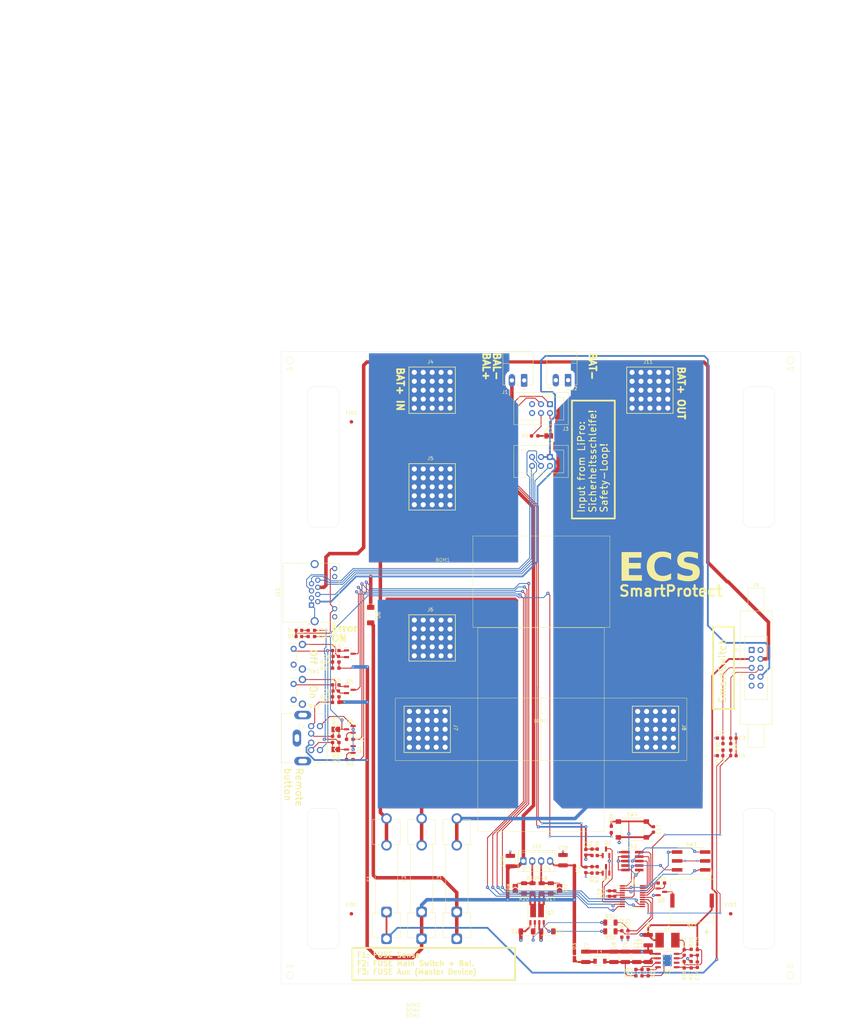
<source format=kicad_pcb>
(kicad_pcb
	(version 20240108)
	(generator "pcbnew")
	(generator_version "8.0")
	(general
		(thickness 1.627)
		(legacy_teardrops no)
	)
	(paper "A3" portrait)
	(layers
		(0 "F.Cu" signal)
		(1 "In1.Cu" signal)
		(2 "In2.Cu" signal)
		(3 "In3.Cu" signal)
		(4 "In4.Cu" signal)
		(31 "B.Cu" signal)
		(32 "B.Adhes" user "B.Adhesive")
		(33 "F.Adhes" user "F.Adhesive")
		(34 "B.Paste" user)
		(35 "F.Paste" user)
		(36 "B.SilkS" user "B.Silkscreen")
		(37 "F.SilkS" user "F.Silkscreen")
		(38 "B.Mask" user)
		(39 "F.Mask" user)
		(40 "Dwgs.User" user "User.Drawings")
		(41 "Cmts.User" user "User.Comments")
		(42 "Eco1.User" user "User.Eco1")
		(43 "Eco2.User" user "User.Eco2")
		(44 "Edge.Cuts" user)
		(45 "Margin" user)
		(46 "B.CrtYd" user "B.Courtyard")
		(47 "F.CrtYd" user "F.Courtyard")
		(48 "B.Fab" user)
		(49 "F.Fab" user)
		(50 "User.1" user)
		(51 "User.2" user)
		(52 "User.3" user)
		(53 "User.4" user)
		(54 "User.5" user)
		(55 "User.6" user)
		(56 "User.7" user)
		(57 "User.8" user)
		(58 "User.9" user)
	)
	(setup
		(stackup
			(layer "F.SilkS"
				(type "Top Silk Screen")
			)
			(layer "F.Paste"
				(type "Top Solder Paste")
			)
			(layer "F.Mask"
				(type "Top Solder Mask")
				(thickness 0.01)
			)
			(layer "F.Cu"
				(type "copper")
				(thickness 0.07)
			)
			(layer "dielectric 1"
				(type "prepreg")
				(thickness 0.1)
				(material "FR4")
				(epsilon_r 4.5)
				(loss_tangent 0.02)
			)
			(layer "In1.Cu"
				(type "copper")
				(thickness 0.07)
			)
			(layer "dielectric 2"
				(type "core")
				(thickness 0.4785)
				(material "FR4")
				(epsilon_r 4.5)
				(loss_tangent 0.02)
			)
			(layer "In2.Cu"
				(type "copper")
				(thickness 0.07)
			)
			(layer "dielectric 3"
				(type "prepreg")
				(thickness 0.1)
				(material "FR4")
				(epsilon_r 4.5)
				(loss_tangent 0.02)
			)
			(layer "In3.Cu"
				(type "copper")
				(thickness 0.035)
			)
			(layer "dielectric 4"
				(type "core")
				(thickness 0.4785)
				(material "FR4")
				(epsilon_r 4.5)
				(loss_tangent 0.02)
			)
			(layer "In4.Cu"
				(type "copper")
				(thickness 0.035)
			)
			(layer "dielectric 5"
				(type "prepreg")
				(thickness 0.1)
				(material "FR4")
				(epsilon_r 4.5)
				(loss_tangent 0.02)
			)
			(layer "B.Cu"
				(type "copper")
				(thickness 0.07)
			)
			(layer "B.Mask"
				(type "Bottom Solder Mask")
				(thickness 0.01)
			)
			(layer "B.Paste"
				(type "Bottom Solder Paste")
			)
			(layer "B.SilkS"
				(type "Bottom Silk Screen")
			)
			(copper_finish "None")
			(dielectric_constraints no)
		)
		(pad_to_mask_clearance 0)
		(allow_soldermask_bridges_in_footprints no)
		(aux_axis_origin 100 300)
		(grid_origin 174 120)
		(pcbplotparams
			(layerselection 0x00010fc_ffffffff)
			(plot_on_all_layers_selection 0x0000000_00000000)
			(disableapertmacros no)
			(usegerberextensions no)
			(usegerberattributes yes)
			(usegerberadvancedattributes yes)
			(creategerberjobfile yes)
			(dashed_line_dash_ratio 12.000000)
			(dashed_line_gap_ratio 3.000000)
			(svgprecision 4)
			(plotframeref no)
			(viasonmask no)
			(mode 1)
			(useauxorigin no)
			(hpglpennumber 1)
			(hpglpenspeed 20)
			(hpglpendiameter 15.000000)
			(pdf_front_fp_property_popups yes)
			(pdf_back_fp_property_popups yes)
			(dxfpolygonmode yes)
			(dxfimperialunits yes)
			(dxfusepcbnewfont yes)
			(psnegative no)
			(psa4output no)
			(plotreference yes)
			(plotvalue yes)
			(plotfptext yes)
			(plotinvisibletext no)
			(sketchpadsonfab no)
			(subtractmaskfromsilk no)
			(outputformat 1)
			(mirror no)
			(drillshape 1)
			(scaleselection 1)
			(outputdirectory "")
		)
	)
	(net 0 "")
	(net 1 "GND")
	(net 2 "Net-(J10-Pin_3)")
	(net 3 "VCC")
	(net 4 "Net-(Q3-B)")
	(net 5 "/RESET")
	(net 6 "/SET")
	(net 7 "/Ub_FUSED")
	(net 8 "Net-(JP4-A)")
	(net 9 "Net-(D3-K)")
	(net 10 "Net-(JP1-A)")
	(net 11 "/BMS_OK")
	(net 12 "Net-(U2-VIN)")
	(net 13 "Net-(U2-BST)")
	(net 14 "Net-(U2-SW)")
	(net 15 "Net-(C14-Pad1)")
	(net 16 "Net-(Q4-B)")
	(net 17 "Net-(U2-FB)")
	(net 18 "/B")
	(net 19 "/A")
	(net 20 "/LED_OFF")
	(net 21 "Net-(J10-Pin_2)")
	(net 22 "/BTN_ON")
	(net 23 "Net-(JP5-A)")
	(net 24 "/BTN_OFF")
	(net 25 "/control/SWCLK")
	(net 26 "Net-(JP5-B)")
	(net 27 "Net-(JP4-B)")
	(net 28 "Net-(J12-~{RESET})")
	(net 29 "Net-(Q5-B)")
	(net 30 "/control/SWDIO")
	(net 31 "unconnected-(J12-KEY-Pad7)")
	(net 32 "Net-(JP8-A)")
	(net 33 "Net-(Q1-B)")
	(net 34 "/LVP")
	(net 35 "/OVP")
	(net 36 "Net-(Q2-B)")
	(net 37 "Net-(Q6-B)")
	(net 38 "/LED_ERROR")
	(net 39 "/LED_ON")
	(net 40 "Net-(U2-EN{slash}UVLO)")
	(net 41 "Net-(U2-RON)")
	(net 42 "/BMS_OK_PROTECTED")
	(net 43 "/control/R2")
	(net 44 "/control/R1")
	(net 45 "/control/BTN_OFF")
	(net 46 "/control/BTN_ON")
	(net 47 "Net-(BZ1--)")
	(net 48 "Net-(Q8-B)")
	(net 49 "Net-(U1-PA9{slash}PA11)")
	(net 50 "Net-(U1-PC14)")
	(net 51 "Net-(U1-PC15)")
	(net 52 "unconnected-(U2-PGOOD-Pad6)")
	(net 53 "/~{OC_FAULT}")
	(net 54 "/LVP_IN")
	(net 55 "/OVP_IN")
	(net 56 "Net-(D4-K)")
	(net 57 "Net-(D5-K)")
	(net 58 "/control/RELAIS_RESET")
	(net 59 "/control/RELAIS_SET")
	(net 60 "unconnected-(J3-Pin_5-Pad5)")
	(net 61 "unconnected-(J3-Pin_6-Pad6)")
	(net 62 "unconnected-(J13-Pad9)")
	(net 63 "unconnected-(J13-Pad11)")
	(net 64 "/BAT+_IN")
	(net 65 "Net-(J9-Pin_3)")
	(net 66 "/BAT+_SI")
	(net 67 "/BAT+_OUT")
	(net 68 "unconnected-(J9-Pin_7-Pad7)")
	(net 69 "/B_OUT")
	(net 70 "Net-(D6-K)")
	(net 71 "/A_OUT")
	(net 72 "/GND_OUT")
	(net 73 "/+5V_OUT")
	(net 74 "Net-(D6-A)")
	(net 75 "/~{OC_FAULT_PROTECTED}")
	(net 76 "/VCC_FROM_EASY_SWITCH")
	(footprint "Jumper:SolderJumper-2_P1.3mm_Open_TrianglePad1.0x1.5mm" (layer "F.Cu") (at 176.19625 144))
	(footprint "Capacitor_SMD:C_0603_1608Metric" (layer "F.Cu") (at 186.75 267.5 90))
	(footprint "Connector_IDC:IDC-Header_2x03_P2.54mm_Vertical" (layer "F.Cu") (at 176.54 150 -90))
	(footprint "Resistor_SMD:R_0603_1608Metric_Pad0.98x0.95mm_HandSolder" (layer "F.Cu") (at 172.19625 144))
	(footprint "Capacitor_SMD:C_0603_1608Metric" (layer "F.Cu") (at 186.75 262.5 90))
	(footprint "myPackage_SO:HSOP-8-1EP_3.9x4.9mm_P1.27mm_EP2.41x3.1mm_ThermalVias_0.3mm" (layer "F.Cu") (at 209.955 293.3))
	(footprint "Capacitor_SMD:C_0603_1608Metric" (layer "F.Cu") (at 115.555 206.75 180))
	(footprint "Fiducial:Fiducial_1mm_Mask3mm" (layer "F.Cu") (at 120 280))
	(footprint "Resistor_SMD:R_1206_3216Metric" (layer "F.Cu") (at 171.57 272.775 -90))
	(footprint "myWürthSHFU:WP-SHFU_7461098_HAL" (layer "F.Cu") (at 205 131))
	(footprint "Resistor_SMD:R_0603_1608Metric_Pad0.98x0.95mm_HandSolder" (layer "F.Cu") (at 198.75 285.75 -90))
	(footprint "Connector_Phoenix_MC:PhoenixContact_MC_1,5_2-G-3.5_1x02_P3.50mm_Horizontal" (layer "F.Cu") (at 169.195 128.2 180))
	(footprint "Capacitor_SMD:C_1210_3225Metric" (layer "F.Cu") (at 180.25 264.75 90))
	(footprint "Resistor_SMD:R_0603_1608Metric_Pad0.98x0.95mm_HandSolder" (layer "F.Cu") (at 115.555 218.25 180))
	(footprint "Resistor_SMD:R_1206_3216Metric" (layer "F.Cu") (at 193.75 285 180))
	(footprint "Resistor_SMD:R_0603_1608Metric_Pad0.98x0.95mm_HandSolder" (layer "F.Cu") (at 108.605 201.095))
	(footprint "Resistor_SMD:R_0603_1608Metric_Pad0.98x0.95mm_HandSolder" (layer "F.Cu") (at 115.555 208.345 180))
	(footprint "Resistor_SMD:R_0603_1608Metric_Pad0.98x0.95mm_HandSolder" (layer "F.Cu") (at 201 296.75 -90))
	(footprint "Resistor_SMD:R_1206_3216Metric" (layer "F.Cu") (at 176.77 272.775 -90))
	(footprint "Connector_IDC:IDC-Header_2x05_P2.54mm_Latch6.5mm_Vertical" (layer "F.Cu") (at 233.96 204.92))
	(footprint "Resistor_SMD:R_0603_1608Metric_Pad0.98x0.95mm_HandSolder" (layer "F.Cu") (at 225.8 232.5 90))
	(footprint "myBOM:BOM_PART" (layer "F.Cu") (at 137.5 308))
	(footprint "Capacitor_SMD:C_0603_1608Metric" (layer "F.Cu") (at 218.5 294.5 -90))
	(footprint "Resistor_SMD:R_0603_1608Metric_Pad0.98x0.95mm_HandSolder" (layer "F.Cu") (at 119.545 236.095 180))
	(footprint "Capacitor_SMD:C_0603_1608Metric" (layer "F.Cu") (at 115.555 216.595 180))
	(footprint "myHoles:printer_mounting_holes_1mm" (layer "F.Cu") (at 102.5 297.5))
	(footprint "myWürthSHFU:WP-SHFU_7461098_HAL" (layer "F.Cu") (at 143 158.5))
	(footprint "Capacitor_SMD:C_0603_1608Metric" (layer "F.Cu") (at 228.7625 230.0125 180))
	(footprint "myHoles:printer_mounting_holes_1mm" (layer "F.Cu") (at 245 122.5))
	(footprint "Capacitor_SMD:C_1210_3225Metric" (layer "F.Cu") (at 198 292.25 90))
	(footprint "Resistor_SMD:R_0603_1608Metric_Pad0.98x0.95mm_HandSolder" (layer "F.Cu") (at 115.555 210.095 180))
	(footprint "Resistor_SMD:R_0603_1608Metric_Pad0.98x0.95mm_HandSolder"
		(layer "F.Cu")
		(uuid "491c903d-5a7d-4527-a8e5-48b987144e85")
		(at 115.545 219.845 180)
		(descr "Resistor SMD 0603 (1608 Metric), square (rectangular) end terminal, IPC_7351 nominal with elongated pad for handsoldering. (Body size source: IPC-SM-782 page 72, https://www.pcb-3d.com/wordpress/wp-content/uploads/ipc-sm-782a_amendment_1_and_2.pdf), generated with kicad-footprint-generator")
		(tags "resistor handsolder")
		(property "Reference" "R12"
			(at 3.01 -0.095 0)
			(layer "F.SilkS")
			(uuid "621fa7f8-180d-4775-af68-99181e737141")
			(effects
				(font
					(size 1 1)
					(thickness 0.15)
				)
			)
		)
		(property "Value" "22k"
			(at 0 1.43 0)
			(layer "F.Fab")
			(uuid "65196a43-4188-4703-bf67-67ffbeb27cb5")
			(effects
				(font
					(size 1 1)
					(thickness 0.15)
				)
			)
		)
		(property "Footprint" "Resistor_SMD:R_0603_1608Metric_Pad0.98x0.95mm_HandSolder"
			(at 0 0 180)
			(unlocked yes)
			(layer "F.Fab")
			(hide yes)
			(uuid "143912c2-f681-4789-85a1-73bdbdc41e22")
			(effects
				(font
					(size 1.27 1.27)
					(thickness 0.15)
				)
			)
		)
		(property "Datasheet" ""
			(at 0 0 180)
			(unlocked yes)
			(layer "F.Fab")
			(hide yes)
			(uuid "29d9973e-fd2b-45aa-8179-a4a92d654ac5")
			(effects
				(font
					(size 1.27 1.27)
					(thickness 0.15)
				)
			)
		)
		(property "Description" "22k0 0,1W 1% 0603 SMD"
			(at 0 0 180)
			(unlocked yes)
			(layer "F.Fab")
			(hide yes)
			(uuid "a6c4c4fc-fadd-4872-ae24-e566c184c50f")
			(effects
				(font
					(size 1.27 1.27)
					(thickness 0.15)
				)
			)
		)
		(property "ECS Art#" "R229"
			(at 0 0 180)
			(unlocked yes)
			(layer "F.Fab")
			(hide yes)
			(uuid "d6211d59-a74d-453b-b571-9e06d06be96d")
			(effects
				(font
					(size 1 1)
					(thickness 0.15)
				)
			)
		)
		(property "HAN" "RC0603FR-0722KL"
			(at 0 0 180)
			(unlocked yes)
			(layer "F.Fab")
			(hide yes)
			(uuid "73d81e68-153c-4f09-accf-5b42fb588c8f")
			(effects
				(font
					(size 1 1)
					(thickness 0.15)
				)
			)
		)
		(property "Hersteller" "YAGEO"
			(at 0 0 180)
			(unlocked yes)
			(layer "F.Fab")
			(hide yes)
			(uuid "15d1f182-64e9-43c5-80c2-187e3b731020")
			(effects
				(font
					(size 1 1)
					(thickness 0.15)
				)
			)
		)
		(property ki_fp_filters "R_*")
		(path "/ff5082cb-3f7b-403c-a3d3-a1374921329e")
		(sheetname "Stammblatt")
		(sheetfile "protection.kicad_sch")
		(attr smd)
		(fp_line
			(start -0.254724 0.5225)
			(end 0.254724 0.5225)
			(stroke
				(width 0.12)
				(type solid)
			)
			(layer "F.SilkS")
			(uuid "70ace179-e031-47f4-a426-f314e2b7618a")
		)
		(fp_line
			(start -0.254724 -0.5225)
			(end 0.254724 -0.5225)
			(stroke
				(width 0.12)
				(type solid)
			)
			(layer "F.SilkS")
			(uuid "eac23ae8-8401-4703-97a5-64aa5cec1aab")
		)
		(fp_line
			(start 1.65 0.73)
			(end -1.65 0.73)
			(stroke
				(width 0.05)
				(type solid)
			)
			(layer "F.CrtYd")
			(uuid "1c8a728b-5f80-4450-8a9a-582c4ca222bf")
		)
		(fp_line
			(start 1.65 -0.73)
			(end 1.65 0.73)
			(stroke
				(width 0.05)
				(type solid)
			)
			(layer "F.CrtYd")
			(uuid "a97f2f19-1371-497f-ac1c-4bcdab1ec443")
		)
		(fp_line
			(start -1.65 0.73)
			(end -1.65 -0.73)
			(stroke
				(width 0.05)
				(type solid)
			)
			(layer "F.CrtYd")
			(uuid "8e3d6cca-0e63-46e1-83fb-de0e65fd65b9")
		)
		(fp_line
			(start -1.65 -0.73)
			(end 1.65 -0.73)
			(stroke
				(width 0.05)
				(type solid)
			)
			(layer "F.CrtYd")
			(uuid "4af9f68f-d996-4758-9167-4632629cec0a")
		)
		(fp_line
			(start 0.8 0.4125)
			(end -0.8 0.4125)
			(stroke
				(width 0.1)
				(type solid)
			)
			(layer "F.Fab")
			(uuid "6bb1ff08-7513-4fb3-a346-8278ff721775")
		)
		(fp_line
			(start 0.8 -0.4125)
			(end 0.8 0.4125)
			(stroke
				(width 0.1)
				(type solid)
			)
			(layer "F.Fab")
			(uuid "9b7e89ca-d254-4dde-ae04-c6236562e075")
		)
		(fp_line
			(start -0.8 0.4125)
			(end -0.8 -0.4125)
			(stroke
				(width 0.1)
				(type solid)
			)
			(layer "F.Fab")
			(uuid "b5279f87-dded-4170-99ba-850d488210a8")
		)
		(fp_line
			(start -0.8 -
... [1102082 chars truncated]
</source>
